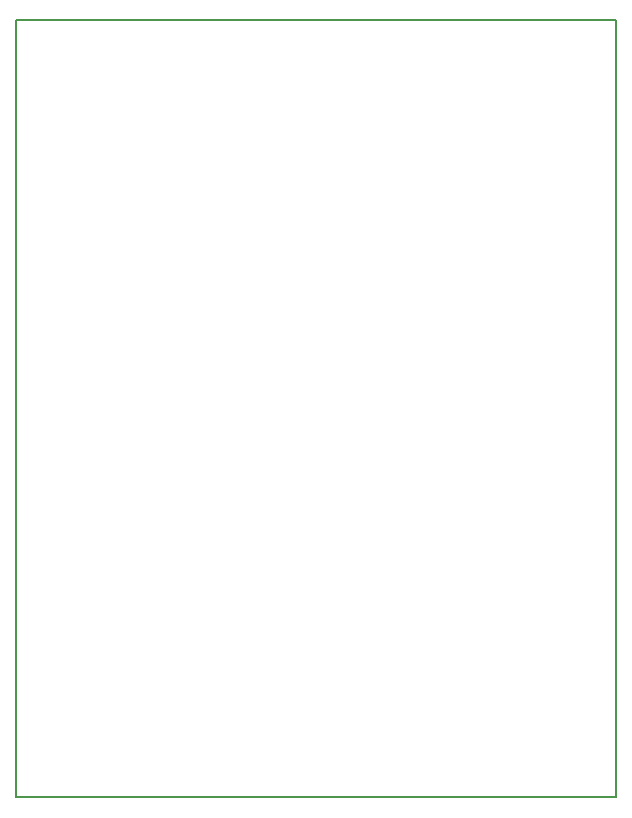
<source format=gm1>
G04 MADE WITH FRITZING*
G04 WWW.FRITZING.ORG*
G04 DOUBLE SIDED*
G04 HOLES PLATED*
G04 CONTOUR ON CENTER OF CONTOUR VECTOR*
%FSLAX26Y26*%
%MOIN*%
%ADD10R,2.007870X2.598430*%
%ADD11C,0.008000*%
%ADD10C,0.008*%
%G04CONTOUR*%
%FSLAX26Y26*%
%MOIN*%
D10*
D11*
X4000Y2594430D02*
X2003870Y2594430D01*
X2003870Y4000D01*
X4000Y4000D01*
X4000Y2594430D01*
D02*
G04 End of contour*
M02*
</source>
